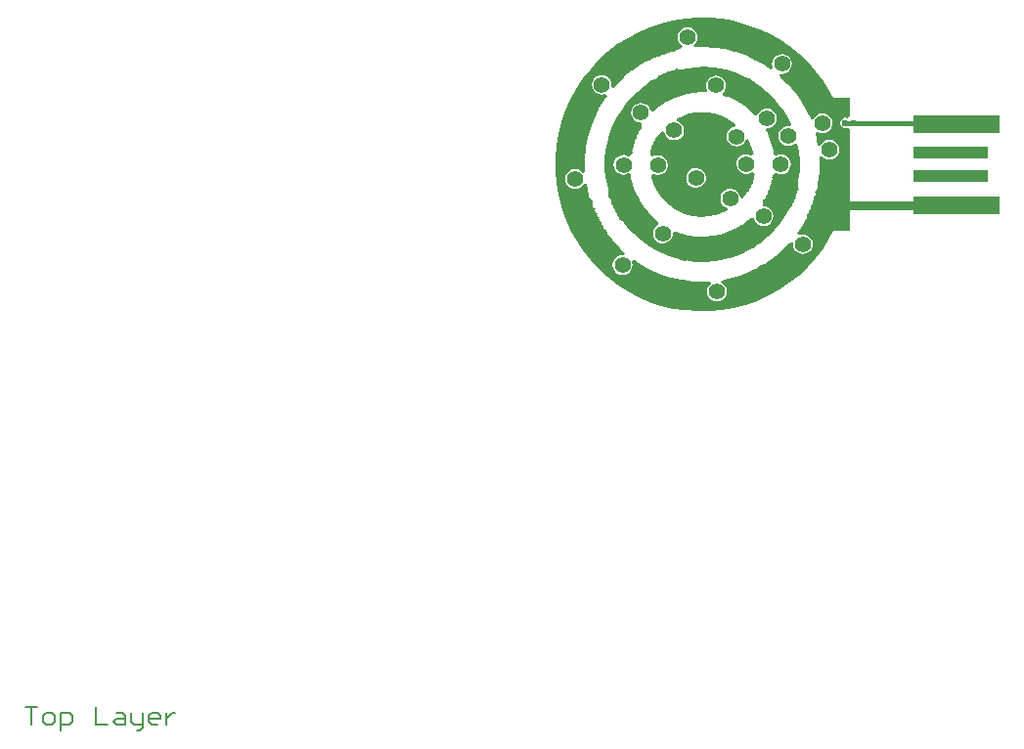
<source format=gtl>
G04*
G04 #@! TF.GenerationSoftware,Altium Limited,Altium Designer,20.2.4 (192)*
G04*
G04 Layer_Physical_Order=1*
G04 Layer_Color=255*
%FSLAX44Y44*%
%MOMM*%
G71*
G04*
G04 #@! TF.SameCoordinates,0F43FF0A-D758-409E-903F-A1448CC310CE*
G04*
G04*
G04 #@! TF.FilePolarity,Positive*
G04*
G01*
G75*
%ADD13C,0.2032*%
%ADD19C,0.8000*%
%ADD20C,0.4000*%
%ADD21R,6.5024X1.0160*%
%ADD22R,7.5184X1.5240*%
%ADD23C,1.4000*%
%ADD24C,0.6000*%
G36*
X6434Y127109D02*
X16968Y126136D01*
X27385Y124291D01*
X37613Y121587D01*
X47581Y118043D01*
X57220Y113684D01*
X66464Y108539D01*
X75249Y102644D01*
X83514Y96040D01*
X91201Y88772D01*
X98259Y80891D01*
X104637Y72451D01*
X110293Y63510D01*
X112740Y58821D01*
X112983Y58519D01*
X113198Y58198D01*
X113292Y58134D01*
X113363Y58046D01*
X113703Y57860D01*
X114025Y57645D01*
X114136Y57623D01*
X114236Y57568D01*
X114620Y57527D01*
X115000Y57451D01*
X127500D01*
Y41479D01*
X126104Y40487D01*
X125500Y40290D01*
X124000Y40588D01*
X122244Y40239D01*
X120756Y39244D01*
X119761Y37756D01*
X119412Y36000D01*
X119761Y34244D01*
X120756Y32756D01*
X122244Y31761D01*
X124000Y31412D01*
X125500Y31710D01*
X126104Y31513D01*
X127500Y30521D01*
Y-57451D01*
X115000D01*
X114620Y-57527D01*
X114236Y-57568D01*
X114136Y-57623D01*
X114024Y-57645D01*
X113703Y-57860D01*
X113363Y-58046D01*
X113292Y-58134D01*
X113198Y-58198D01*
X112983Y-58519D01*
X112740Y-58821D01*
X110293Y-63511D01*
X104638Y-72451D01*
X98259Y-80891D01*
X91201Y-88772D01*
X83514Y-96040D01*
X75249Y-102644D01*
X66464Y-108539D01*
X57221Y-113684D01*
X47581Y-118043D01*
X37613Y-121587D01*
X27385Y-124291D01*
X16968Y-126136D01*
X6434Y-127110D01*
X-4145Y-127205D01*
X-14695Y-126421D01*
X-25144Y-124764D01*
X-35419Y-122245D01*
X-45449Y-118881D01*
X-55165Y-114695D01*
X-64500Y-109718D01*
X-73390Y-103982D01*
X-81772Y-97527D01*
X-89589Y-90399D01*
X-96788Y-82646D01*
X-103317Y-74323D01*
X-109133Y-65485D01*
X-114194Y-56195D01*
X-118467Y-46517D01*
X-121921Y-36518D01*
X-124532Y-26266D01*
X-126284Y-15832D01*
X-127162Y-5290D01*
X-127162Y5290D01*
X-126284Y15832D01*
X-124532Y26266D01*
X-121921Y36517D01*
X-118467Y46517D01*
X-114194Y56195D01*
X-109133Y65485D01*
X-103317Y74322D01*
X-96788Y82646D01*
X-89589Y90399D01*
X-81772Y97527D01*
X-73390Y103981D01*
X-64500Y109717D01*
X-55166Y114695D01*
X-45449Y118880D01*
X-35419Y122244D01*
X-25144Y124764D01*
X-14696Y126421D01*
X-4146Y127205D01*
X6434Y127109D01*
D02*
G37*
%LPC*%
G36*
X-12700Y118573D02*
X-14919Y118281D01*
X-16987Y117425D01*
X-18762Y116062D01*
X-20125Y114287D01*
X-20981Y112219D01*
X-21273Y110000D01*
X-20981Y107781D01*
X-20125Y105713D01*
X-18762Y103938D01*
X-16987Y102575D01*
X-16907Y102198D01*
X-18387Y99902D01*
X-21835Y99185D01*
X-22750Y98796D01*
X-24725Y97452D01*
X-24725Y97452D01*
X-25075Y97096D01*
X-25252Y97238D01*
X-25381Y97275D01*
X-25493Y97351D01*
X-25950Y97441D01*
X-26397Y97572D01*
X-26532Y97557D01*
X-26664Y97583D01*
X-27121Y97492D01*
X-27584Y97442D01*
X-27702Y97377D01*
X-27834Y97351D01*
X-28222Y97092D01*
X-28630Y96868D01*
X-28715Y96763D01*
X-28827Y96687D01*
X-29086Y96300D01*
X-29277Y96062D01*
X-29570Y96120D01*
X-30017Y96250D01*
X-30151Y96236D01*
X-30284Y96262D01*
X-30740Y96171D01*
X-31203Y96121D01*
X-31322Y96056D01*
X-31454Y96029D01*
X-31841Y95770D01*
X-32250Y95547D01*
X-32334Y95441D01*
X-32446Y95366D01*
X-32988Y94826D01*
X-33445Y94917D01*
X-33892Y95047D01*
X-34026Y95033D01*
X-34159Y95059D01*
X-34615Y94968D01*
X-35078Y94917D01*
X-35197Y94852D01*
X-35329Y94826D01*
X-35717Y94567D01*
X-36125Y94343D01*
X-36209Y94238D01*
X-36322Y94163D01*
X-36580Y93776D01*
X-36834Y93460D01*
X-37264Y93546D01*
X-37711Y93676D01*
X-37845Y93661D01*
X-37978Y93688D01*
X-38434Y93597D01*
X-38897Y93546D01*
X-39016Y93481D01*
X-39148Y93455D01*
X-39535Y93196D01*
X-39944Y92972D01*
X-40028Y92867D01*
X-40141Y92792D01*
X-40399Y92404D01*
X-40691Y92041D01*
X-40718Y91949D01*
X-41019Y92009D01*
X-41466Y92140D01*
X-41601Y92125D01*
X-41733Y92151D01*
X-42190Y92060D01*
X-42653Y92010D01*
X-42771Y91945D01*
X-42903Y91918D01*
X-43291Y91660D01*
X-43699Y91436D01*
X-43784Y91330D01*
X-43896Y91256D01*
X-44155Y90868D01*
X-44446Y90505D01*
X-44484Y90375D01*
X-44559Y90263D01*
X-44634Y89887D01*
X-45759Y89902D01*
X-46084Y89842D01*
X-46414Y89825D01*
X-47934Y89443D01*
X-48233Y89301D01*
X-48548Y89200D01*
X-49234Y88820D01*
X-49234Y88820D01*
X-53053Y86703D01*
X-53140Y86629D01*
X-53245Y86585D01*
X-60481Y81695D01*
X-60561Y81614D01*
X-60662Y81561D01*
X-67440Y76052D01*
X-67512Y75965D01*
X-67608Y75903D01*
X-73874Y69819D01*
X-73939Y69725D01*
X-74028Y69655D01*
X-76716Y66541D01*
X-78621Y67395D01*
X-78407Y69020D01*
X-78699Y71239D01*
X-79556Y73306D01*
X-80918Y75082D01*
X-82694Y76445D01*
X-84761Y77301D01*
X-86980Y77593D01*
X-89199Y77301D01*
X-91267Y76445D01*
X-93042Y75082D01*
X-94405Y73306D01*
X-95261Y71239D01*
X-95554Y69020D01*
X-95261Y66801D01*
X-94405Y64733D01*
X-93042Y62958D01*
X-91267Y61595D01*
X-89199Y60739D01*
X-86980Y60446D01*
X-84761Y60739D01*
X-83491Y61265D01*
X-82200Y59635D01*
X-84976Y55778D01*
X-85023Y55674D01*
X-85099Y55590D01*
X-89557Y48079D01*
X-89595Y47972D01*
X-89663Y47881D01*
X-93442Y40007D01*
X-93471Y39897D01*
X-93531Y39800D01*
X-96602Y31624D01*
X-96621Y31512D01*
X-96672Y31410D01*
X-99011Y22995D01*
X-99020Y22882D01*
X-99062Y22776D01*
X-100652Y14188D01*
X-100650Y14074D01*
X-100683Y13965D01*
X-101510Y5271D01*
X-101498Y5157D01*
X-101521Y5046D01*
X-101580Y-3688D01*
X-101558Y-3799D01*
X-101571Y-3912D01*
X-101341Y-6737D01*
X-103286Y-7487D01*
X-103938Y-6638D01*
X-105713Y-5275D01*
X-107781Y-4419D01*
X-110000Y-4127D01*
X-112219Y-4419D01*
X-114287Y-5275D01*
X-116062Y-6638D01*
X-117425Y-8413D01*
X-118281Y-10481D01*
X-118573Y-12700D01*
X-118281Y-14919D01*
X-117425Y-16987D01*
X-116062Y-18762D01*
X-114287Y-20125D01*
X-112219Y-20981D01*
X-110000Y-21273D01*
X-107781Y-20981D01*
X-105713Y-20125D01*
X-103938Y-18762D01*
X-102575Y-16987D01*
X-102275Y-16263D01*
X-100206Y-16494D01*
X-99358Y-21449D01*
X-99317Y-21555D01*
X-99310Y-21669D01*
X-97083Y-30114D01*
X-97033Y-30217D01*
X-97016Y-30329D01*
X-95536Y-34437D01*
X-95535Y-34437D01*
X-95176Y-35434D01*
X-94948Y-35814D01*
X-94735Y-36203D01*
X-93377Y-37831D01*
X-93033Y-38109D01*
X-92718Y-38386D01*
X-92720Y-38389D01*
X-92736Y-38469D01*
X-92777Y-38539D01*
X-92851Y-39051D01*
X-92952Y-39560D01*
X-92937Y-39639D01*
X-92948Y-39720D01*
X-92821Y-40222D01*
X-92720Y-40730D01*
X-92675Y-40798D01*
X-92655Y-40877D01*
X-92345Y-41292D01*
X-92057Y-41723D01*
X-91989Y-41768D01*
X-91940Y-41833D01*
X-91495Y-42098D01*
X-91064Y-42386D01*
X-91031Y-42392D01*
X-91039Y-42452D01*
X-91140Y-42960D01*
X-91125Y-43040D01*
X-91136Y-43120D01*
X-91009Y-43623D01*
X-90908Y-44131D01*
X-90863Y-44198D01*
X-90842Y-44277D01*
X-90533Y-44692D01*
X-90245Y-45123D01*
X-90177Y-45168D01*
X-90128Y-45233D01*
X-89683Y-45498D01*
X-89259Y-45782D01*
X-89309Y-46122D01*
X-89410Y-46630D01*
X-89394Y-46710D01*
X-89405Y-46790D01*
X-89278Y-47293D01*
X-89177Y-47801D01*
X-89132Y-47868D01*
X-89112Y-47947D01*
X-88802Y-48362D01*
X-88514Y-48793D01*
X-88446Y-48838D01*
X-88398Y-48903D01*
X-87952Y-49168D01*
X-87521Y-49456D01*
X-87520Y-50221D01*
X-87505Y-50301D01*
X-87516Y-50381D01*
X-87388Y-50884D01*
X-87288Y-51392D01*
X-87242Y-51459D01*
X-87222Y-51538D01*
X-86912Y-51953D01*
X-86624Y-52384D01*
X-86557Y-52429D01*
X-86508Y-52494D01*
X-86063Y-52759D01*
X-85632Y-53047D01*
X-85476Y-53726D01*
X-85460Y-53806D01*
X-85472Y-53886D01*
X-85344Y-54389D01*
X-85243Y-54897D01*
X-85198Y-54964D01*
X-85178Y-55043D01*
X-84868Y-55458D01*
X-84580Y-55889D01*
X-84513Y-55934D01*
X-84464Y-55999D01*
X-84019Y-56264D01*
X-83588Y-56552D01*
X-83508Y-56568D01*
X-83439Y-56610D01*
X-82926Y-56684D01*
X-82867Y-56695D01*
X-82852Y-56954D01*
X-82254Y-59266D01*
X-81822Y-60162D01*
X-81104Y-61116D01*
X-81104Y-61116D01*
X-78112Y-65087D01*
X-78015Y-65173D01*
X-77948Y-65283D01*
X-71198Y-72585D01*
X-71093Y-72661D01*
X-71015Y-72764D01*
X-66549Y-76715D01*
X-67416Y-78618D01*
X-69020Y-78407D01*
X-71239Y-78699D01*
X-73306Y-79556D01*
X-75082Y-80918D01*
X-76445Y-82694D01*
X-77301Y-84761D01*
X-77593Y-86980D01*
X-77301Y-89199D01*
X-76445Y-91267D01*
X-75082Y-93042D01*
X-73306Y-94405D01*
X-71239Y-95261D01*
X-69020Y-95554D01*
X-66801Y-95261D01*
X-64733Y-94405D01*
X-62958Y-93042D01*
X-61595Y-91267D01*
X-60739Y-89199D01*
X-60446Y-86980D01*
X-60739Y-84761D01*
X-61265Y-83491D01*
X-59635Y-82200D01*
X-55297Y-85323D01*
X-55180Y-85376D01*
X-55082Y-85461D01*
X-46470Y-90433D01*
X-46348Y-90475D01*
X-46243Y-90550D01*
X-37176Y-94634D01*
X-37050Y-94663D01*
X-36938Y-94727D01*
X-27508Y-97883D01*
X-27380Y-97899D01*
X-27262Y-97951D01*
X-17563Y-100146D01*
X-17434Y-100149D01*
X-17311Y-100190D01*
X-7441Y-101402D01*
X-7312Y-101392D01*
X-7186Y-101420D01*
X2755Y-101637D01*
X2883Y-101615D01*
X3011Y-101630D01*
X6743Y-101336D01*
X7490Y-103284D01*
X6638Y-103938D01*
X5275Y-105713D01*
X4419Y-107781D01*
X4127Y-110000D01*
X4419Y-112219D01*
X5275Y-114287D01*
X6638Y-116062D01*
X8413Y-117425D01*
X10481Y-118281D01*
X12700Y-118573D01*
X14919Y-118281D01*
X16987Y-117425D01*
X18762Y-116062D01*
X20125Y-114287D01*
X20981Y-112219D01*
X21273Y-110000D01*
X20981Y-107781D01*
X20125Y-105713D01*
X18762Y-103938D01*
X16987Y-102575D01*
X16290Y-102287D01*
X16512Y-100214D01*
X22963Y-99047D01*
X23083Y-99000D01*
X23212Y-98989D01*
X32771Y-96248D01*
X32886Y-96189D01*
X33013Y-96166D01*
X42249Y-92481D01*
X42358Y-92410D01*
X42482Y-92374D01*
X51302Y-87783D01*
X51403Y-87702D01*
X51523Y-87653D01*
X59839Y-82201D01*
X59931Y-82111D01*
X60045Y-82050D01*
X67773Y-75792D01*
X67856Y-75693D01*
X67964Y-75622D01*
X75026Y-68621D01*
X75098Y-68514D01*
X75198Y-68432D01*
X76708Y-66600D01*
X78616Y-67430D01*
X78407Y-69020D01*
X78699Y-71239D01*
X79556Y-73306D01*
X80918Y-75082D01*
X82694Y-76445D01*
X84761Y-77301D01*
X86980Y-77593D01*
X89199Y-77301D01*
X91267Y-76445D01*
X93042Y-75082D01*
X94405Y-73306D01*
X95261Y-71239D01*
X95554Y-69020D01*
X95261Y-66801D01*
X94405Y-64733D01*
X93042Y-62958D01*
X91267Y-61595D01*
X89199Y-60739D01*
X86980Y-60446D01*
X84761Y-60739D01*
X83650Y-61199D01*
X82324Y-59583D01*
X87200Y-52286D01*
X87250Y-52166D01*
X87331Y-52066D01*
X89666Y-47676D01*
X89838Y-47352D01*
X89883Y-47202D01*
X89967Y-47069D01*
X90230Y-46383D01*
X90257Y-46228D01*
X90324Y-46086D01*
X90502Y-45374D01*
X90509Y-45217D01*
X90558Y-45068D01*
X90648Y-44339D01*
X90636Y-44182D01*
X90667Y-44028D01*
Y-43170D01*
X90720Y-43159D01*
X91712Y-42496D01*
X92375Y-41504D01*
X92608Y-40333D01*
X92401Y-39292D01*
X93027Y-38874D01*
X93690Y-37882D01*
X93923Y-36711D01*
X93724Y-35715D01*
X94596Y-35132D01*
X95259Y-34140D01*
X95492Y-32970D01*
X95263Y-31818D01*
X96000Y-31326D01*
X96663Y-30333D01*
X96896Y-29163D01*
X96663Y-27992D01*
X96595Y-27890D01*
X97237Y-27461D01*
X97900Y-26469D01*
X98133Y-25298D01*
X97900Y-24128D01*
X97580Y-23648D01*
X97764Y-23462D01*
X99082Y-21470D01*
X99459Y-20549D01*
X100140Y-17045D01*
X100140Y-16982D01*
X100161Y-16924D01*
X100843Y-12220D01*
X100840Y-12158D01*
X100857Y-12099D01*
X101313Y-7368D01*
X101307Y-7306D01*
X101322Y-7246D01*
X101550Y-2499D01*
X101541Y-2437D01*
X101553Y-2376D01*
Y4398D01*
X101530Y4510D01*
X101543Y4624D01*
X101356Y6716D01*
X103297Y7473D01*
X103938Y6638D01*
X105713Y5275D01*
X107781Y4419D01*
X110000Y4127D01*
X112219Y4419D01*
X114287Y5275D01*
X116062Y6638D01*
X117425Y8413D01*
X118281Y10481D01*
X118573Y12700D01*
X118281Y14919D01*
X117425Y16987D01*
X116062Y18762D01*
X114287Y20125D01*
X112219Y20981D01*
X110000Y21273D01*
X107781Y20981D01*
X105713Y20125D01*
X103938Y18762D01*
X102575Y16987D01*
X102285Y16285D01*
X100212Y16509D01*
X99179Y22267D01*
X99137Y22374D01*
X99129Y22488D01*
X97807Y27335D01*
X99559Y28512D01*
X99720Y28388D01*
X101788Y27531D01*
X104007Y27239D01*
X106226Y27531D01*
X108294Y28388D01*
X110069Y29750D01*
X111432Y31526D01*
X112288Y33593D01*
X112580Y35812D01*
X112288Y38031D01*
X111432Y40099D01*
X110069Y41875D01*
X108294Y43237D01*
X106226Y44094D01*
X104007Y44386D01*
X101788Y44094D01*
X99720Y43237D01*
X97945Y41875D01*
X96582Y40099D01*
X96050Y38814D01*
X93902Y38854D01*
X93686Y39436D01*
X93626Y39533D01*
X93598Y39644D01*
X89820Y47588D01*
X89752Y47680D01*
X89714Y47787D01*
X85247Y55365D01*
X85171Y55450D01*
X85124Y55554D01*
X80002Y62705D01*
X79919Y62784D01*
X79862Y62883D01*
X74127Y69552D01*
X74037Y69623D01*
X73972Y69717D01*
X67668Y75851D01*
X67572Y75913D01*
X67499Y76001D01*
X66636Y76704D01*
X67458Y78612D01*
X69020Y78407D01*
X71239Y78699D01*
X73306Y79556D01*
X75082Y80918D01*
X76445Y82694D01*
X77301Y84761D01*
X77593Y86980D01*
X77301Y89199D01*
X76445Y91267D01*
X75082Y93042D01*
X73306Y94405D01*
X71239Y95261D01*
X69020Y95554D01*
X66801Y95261D01*
X64733Y94405D01*
X62958Y93042D01*
X61595Y91267D01*
X60739Y89199D01*
X60446Y86980D01*
X60739Y84761D01*
X61213Y83615D01*
X59596Y82294D01*
X53205Y86611D01*
X53100Y86655D01*
X53012Y86729D01*
X45316Y90988D01*
X45207Y91022D01*
X45114Y91088D01*
X37070Y94647D01*
X36958Y94672D01*
X36859Y94730D01*
X28531Y97562D01*
X28418Y97577D01*
X28314Y97625D01*
X19768Y99707D01*
X19654Y99712D01*
X19546Y99751D01*
X10849Y101067D01*
X10735Y101062D01*
X10625Y101091D01*
X1845Y101631D01*
X1732Y101616D01*
X1619Y101635D01*
X-6648Y101409D01*
X-7410Y103049D01*
X-7448Y103316D01*
X-6638Y103938D01*
X-5275Y105713D01*
X-4419Y107781D01*
X-4127Y110000D01*
X-4419Y112219D01*
X-5275Y114287D01*
X-6638Y116062D01*
X-8413Y117425D01*
X-10481Y118281D01*
X-12700Y118573D01*
D02*
G37*
%LPD*%
G36*
X8920Y83972D02*
X16330Y82851D01*
X23612Y81076D01*
X30708Y78663D01*
X37562Y75630D01*
X44121Y72002D01*
X50331Y67806D01*
X56145Y63076D01*
X61517Y57849D01*
X66404Y52167D01*
X70768Y46073D01*
X74575Y39617D01*
X76681Y35188D01*
X75342Y33347D01*
X74685Y33433D01*
X72466Y33141D01*
X70398Y32285D01*
X68623Y30922D01*
X67260Y29147D01*
X66404Y27079D01*
X66112Y24860D01*
X66404Y22641D01*
X67260Y20573D01*
X68623Y18798D01*
X70398Y17435D01*
X72466Y16579D01*
X74685Y16287D01*
X76904Y16579D01*
X78972Y17435D01*
X80330Y18478D01*
X80826Y18505D01*
X81663Y18287D01*
X82513Y17813D01*
X83697Y11213D01*
X84364Y3719D01*
X84447Y-13D01*
X84423Y-2012D01*
X84228Y-6074D01*
X83839Y-10108D01*
X83256Y-14135D01*
X82893Y-16129D01*
X82668Y-17286D01*
X82672Y-18280D01*
X83148Y-20621D01*
X83461Y-21366D01*
X82893Y-21746D01*
X82229Y-22738D01*
X81997Y-23909D01*
X82229Y-25079D01*
X82298Y-25181D01*
X81656Y-25610D01*
X80992Y-26603D01*
X80760Y-27773D01*
X80989Y-28924D01*
X80251Y-29417D01*
X79588Y-30409D01*
X79355Y-31580D01*
X79553Y-32577D01*
X78682Y-33159D01*
X78019Y-34151D01*
X77786Y-35322D01*
X77951Y-36152D01*
X77717Y-36256D01*
X77374Y-36499D01*
X77016Y-36721D01*
X75546Y-38091D01*
X75300Y-38433D01*
X75034Y-38758D01*
X74577Y-39617D01*
X72495Y-43307D01*
X67771Y-50377D01*
X62383Y-56914D01*
X56367Y-62877D01*
X49784Y-68208D01*
X42700Y-72853D01*
X35186Y-76764D01*
X27318Y-79903D01*
X19175Y-82238D01*
X10840Y-83745D01*
X2394Y-84410D01*
X-6074Y-84225D01*
X-14482Y-83193D01*
X-22744Y-81323D01*
X-30777Y-78636D01*
X-38501Y-75156D01*
X-45837Y-70921D01*
X-52712Y-65972D01*
X-59056Y-60359D01*
X-64828Y-54115D01*
X-67461Y-50797D01*
X-68161Y-49868D01*
X-68161Y-49868D01*
X-68903Y-49206D01*
X-70961Y-47993D01*
X-71724Y-47727D01*
X-71723Y-47719D01*
X-71622Y-47210D01*
X-71638Y-47131D01*
X-71626Y-47050D01*
X-71754Y-46548D01*
X-71855Y-46040D01*
X-71900Y-45972D01*
X-71920Y-45894D01*
X-72230Y-45479D01*
X-72518Y-45048D01*
X-72586Y-45002D01*
X-72634Y-44937D01*
X-73079Y-44673D01*
X-73510Y-44384D01*
X-73666Y-43705D01*
X-73682Y-43626D01*
X-73670Y-43545D01*
X-73798Y-43043D01*
X-73899Y-42535D01*
X-73944Y-42467D01*
X-73964Y-42389D01*
X-74274Y-41974D01*
X-74562Y-41543D01*
X-74630Y-41497D01*
X-74678Y-41432D01*
X-75123Y-41167D01*
X-75554Y-40880D01*
X-75555Y-40114D01*
X-75571Y-40035D01*
X-75560Y-39954D01*
X-75687Y-39452D01*
X-75788Y-38944D01*
X-75833Y-38876D01*
X-75853Y-38798D01*
X-76163Y-38383D01*
X-76451Y-37952D01*
X-76519Y-37906D01*
X-76568Y-37841D01*
X-77013Y-37577D01*
X-77437Y-37293D01*
X-77387Y-36953D01*
X-77286Y-36445D01*
X-77302Y-36365D01*
X-77290Y-36284D01*
X-77418Y-35782D01*
X-77519Y-35274D01*
X-77564Y-35206D01*
X-77584Y-35128D01*
X-77894Y-34713D01*
X-78182Y-34282D01*
X-78250Y-34237D01*
X-78298Y-34172D01*
X-78743Y-33907D01*
X-79151Y-33634D01*
X-79091Y-33470D01*
X-79023Y-33031D01*
X-78937Y-32597D01*
Y-31277D01*
X-78959Y-31168D01*
X-78946Y-31057D01*
X-78991Y-30539D01*
X-79022Y-30432D01*
X-79020Y-30321D01*
X-79109Y-29809D01*
X-79149Y-29705D01*
X-79156Y-29594D01*
X-79290Y-29091D01*
X-79339Y-28991D01*
X-79356Y-28881D01*
X-79433Y-28665D01*
X-80619Y-25134D01*
X-82523Y-17911D01*
X-83780Y-10575D01*
X-84386Y-3157D01*
X-84336Y4285D01*
X-83631Y11694D01*
X-82277Y19013D01*
X-80283Y26183D01*
X-77666Y33150D01*
X-74445Y39860D01*
X-70646Y46260D01*
X-66299Y52301D01*
X-61436Y57935D01*
X-56096Y63120D01*
X-50321Y67814D01*
X-44131Y71997D01*
X-40917Y73872D01*
X-40238Y74249D01*
X-39979Y74468D01*
X-39695Y74652D01*
X-38544Y75774D01*
X-38352Y76053D01*
X-38126Y76306D01*
X-37329Y77659D01*
X-37071Y77608D01*
X-36624Y77477D01*
X-36490Y77492D01*
X-36357Y77466D01*
X-35901Y77557D01*
X-35438Y77607D01*
X-35319Y77672D01*
X-35187Y77698D01*
X-34800Y77957D01*
X-34391Y78181D01*
X-34307Y78286D01*
X-34195Y78362D01*
X-33936Y78749D01*
X-33644Y79112D01*
X-32869Y79014D01*
X-32734Y79028D01*
X-32602Y79002D01*
X-32145Y79093D01*
X-31682Y79144D01*
X-31564Y79209D01*
X-31432Y79235D01*
X-31044Y79494D01*
X-30636Y79718D01*
X-30551Y79823D01*
X-30439Y79898D01*
X-30180Y80285D01*
X-29927Y80601D01*
X-29497Y80515D01*
X-29050Y80385D01*
X-28916Y80400D01*
X-28783Y80373D01*
X-28326Y80464D01*
X-27863Y80515D01*
X-27745Y80580D01*
X-27613Y80606D01*
X-27225Y80865D01*
X-26817Y81089D01*
X-26732Y81194D01*
X-26620Y81269D01*
X-26361Y81656D01*
X-26183Y81879D01*
X-26079Y81809D01*
X-25622Y81718D01*
X-25175Y81588D01*
X-25040Y81603D01*
X-24908Y81576D01*
X-24451Y81667D01*
X-23988Y81718D01*
X-23870Y81783D01*
X-23737Y81809D01*
X-23350Y82068D01*
X-22942Y82292D01*
X-22857Y82397D01*
X-22745Y82472D01*
X-22486Y82860D01*
X-22283Y83112D01*
X-21695Y82874D01*
X-19348Y82429D01*
X-18354Y82437D01*
X-17212Y82675D01*
X-13526Y83356D01*
X-6053Y84227D01*
X1439Y84432D01*
X8920Y83972D01*
D02*
G37*
%LPC*%
G36*
X12059Y76911D02*
X9840Y76619D01*
X7773Y75762D01*
X5997Y74400D01*
X4635Y72624D01*
X3778Y70557D01*
X3486Y68338D01*
X3778Y66119D01*
X4526Y64314D01*
X4139Y63375D01*
X3403Y62370D01*
X-522Y62578D01*
X-683Y62555D01*
X-844Y62575D01*
X-8417Y62017D01*
X-8573Y61973D01*
X-8736Y61972D01*
X-16178Y60463D01*
X-16328Y60401D01*
X-16489Y60379D01*
X-23681Y57943D01*
X-23822Y57862D01*
X-23979Y57821D01*
X-30806Y54497D01*
X-30935Y54399D01*
X-31086Y54338D01*
X-37440Y50179D01*
X-37556Y50066D01*
X-37698Y49986D01*
X-42544Y45854D01*
X-44669Y46670D01*
X-44708Y46969D01*
X-45564Y49036D01*
X-46927Y50812D01*
X-48702Y52174D01*
X-50770Y53031D01*
X-52989Y53323D01*
X-55208Y53031D01*
X-57276Y52174D01*
X-59051Y50812D01*
X-60414Y49036D01*
X-61270Y46969D01*
X-61562Y44750D01*
X-61270Y42531D01*
X-60414Y40463D01*
X-59051Y38687D01*
X-57276Y37325D01*
X-55208Y36468D01*
X-53383Y36228D01*
X-52912Y35805D01*
X-52668Y35441D01*
X-52155Y34269D01*
X-52286Y33972D01*
X-52805Y31640D01*
X-52828Y30646D01*
X-52822Y30613D01*
X-53264Y30525D01*
X-53332Y30480D01*
X-53411Y30460D01*
X-53826Y30150D01*
X-54257Y29862D01*
X-54302Y29794D01*
X-54367Y29746D01*
X-54632Y29300D01*
X-54920Y28869D01*
X-54936Y28790D01*
X-54977Y28720D01*
X-55051Y28207D01*
X-55153Y27699D01*
X-55140Y27599D01*
X-55148Y27539D01*
X-55037Y26808D01*
X-55105Y26763D01*
X-55184Y26743D01*
X-55599Y26432D01*
X-56030Y26145D01*
X-56075Y26077D01*
X-56140Y26028D01*
X-56405Y25583D01*
X-56693Y25152D01*
X-56708Y25073D01*
X-56750Y25003D01*
X-56824Y24490D01*
X-56926Y23982D01*
X-56910Y23902D01*
X-56921Y23822D01*
X-56794Y23319D01*
X-56710Y22898D01*
X-57108Y22601D01*
X-57539Y22313D01*
X-57584Y22246D01*
X-57649Y22197D01*
X-57914Y21752D01*
X-58202Y21321D01*
X-58218Y21241D01*
X-58259Y21171D01*
X-58334Y20659D01*
X-58435Y20150D01*
X-58419Y20071D01*
X-58431Y19990D01*
X-58303Y19488D01*
X-58202Y18980D01*
X-58777Y18385D01*
X-58822Y18319D01*
X-58888Y18269D01*
X-59152Y17824D01*
X-59440Y17393D01*
X-59456Y17313D01*
X-59498Y17244D01*
X-59572Y16731D01*
X-59673Y16223D01*
X-59657Y16143D01*
X-59669Y16063D01*
X-59541Y15560D01*
X-59440Y15052D01*
X-59739Y14381D01*
X-59784Y14314D01*
X-59849Y14265D01*
X-60114Y13820D01*
X-60402Y13389D01*
X-60417Y13309D01*
X-60459Y13239D01*
X-60533Y12727D01*
X-60634Y12218D01*
X-60619Y12139D01*
X-60630Y12058D01*
X-60503Y11556D01*
X-60402Y11048D01*
X-60356Y10980D01*
X-60336Y10901D01*
X-60048Y10516D01*
X-60225Y10361D01*
X-60518Y9978D01*
X-60817Y9596D01*
X-61650Y7952D01*
X-63433Y7184D01*
X-63555Y7158D01*
X-64040Y7189D01*
X-65892Y7956D01*
X-68111Y8248D01*
X-70330Y7956D01*
X-72398Y7099D01*
X-74173Y5737D01*
X-75536Y3961D01*
X-76392Y1894D01*
X-76684Y-325D01*
X-76392Y-2544D01*
X-75536Y-4612D01*
X-74173Y-6388D01*
X-72398Y-7750D01*
X-70330Y-8607D01*
X-68111Y-8899D01*
X-65892Y-8607D01*
X-63988Y-7818D01*
X-63437Y-7806D01*
X-61887Y-8447D01*
X-61497Y-11401D01*
X-61452Y-11534D01*
X-61445Y-11674D01*
X-59887Y-18028D01*
X-59828Y-18155D01*
X-59807Y-18293D01*
X-57566Y-24440D01*
X-57494Y-24560D01*
X-57457Y-24695D01*
X-54562Y-30562D01*
X-54476Y-30673D01*
X-54425Y-30804D01*
X-50909Y-36320D01*
X-50812Y-36422D01*
X-50747Y-36546D01*
X-46651Y-41647D01*
X-46543Y-41737D01*
X-46465Y-41854D01*
X-41839Y-46479D01*
X-41722Y-46557D01*
X-41632Y-46665D01*
X-37714Y-49808D01*
X-38005Y-52139D01*
X-38591Y-52406D01*
X-40318Y-53829D01*
X-41617Y-55651D01*
X-42401Y-57748D01*
X-42616Y-59976D01*
X-42246Y-62183D01*
X-41318Y-64219D01*
X-39895Y-65946D01*
X-38073Y-67246D01*
X-35976Y-68030D01*
X-33748Y-68244D01*
X-31541Y-67875D01*
X-29504Y-66947D01*
X-27778Y-65523D01*
X-26478Y-63701D01*
X-25694Y-61605D01*
X-25480Y-59377D01*
X-25498Y-59263D01*
X-25491Y-59248D01*
X-25252Y-58874D01*
X-23710Y-57833D01*
X-18274Y-59813D01*
X-18135Y-59834D01*
X-18008Y-59893D01*
X-11654Y-61449D01*
X-11514Y-61455D01*
X-11381Y-61501D01*
X-4895Y-62356D01*
X-4755Y-62347D01*
X-4618Y-62377D01*
X1923Y-62522D01*
X2061Y-62498D01*
X2200Y-62513D01*
X8718Y-61945D01*
X8852Y-61906D01*
X8993Y-61906D01*
X15410Y-60632D01*
X15539Y-60579D01*
X15679Y-60564D01*
X21919Y-58599D01*
X22042Y-58532D01*
X22179Y-58502D01*
X28169Y-55870D01*
X28284Y-55790D01*
X28416Y-55745D01*
X34084Y-52477D01*
X34190Y-52385D01*
X34317Y-52326D01*
X39595Y-48461D01*
X39690Y-48358D01*
X39810Y-48285D01*
X42536Y-45791D01*
X44654Y-46563D01*
X44708Y-46969D01*
X45564Y-49036D01*
X46927Y-50812D01*
X48702Y-52174D01*
X50770Y-53031D01*
X52989Y-53323D01*
X55208Y-53031D01*
X57276Y-52174D01*
X59051Y-50812D01*
X60414Y-49036D01*
X61270Y-46969D01*
X61562Y-44750D01*
X61270Y-42531D01*
X60414Y-40463D01*
X59051Y-38687D01*
X57276Y-37325D01*
X55208Y-36468D01*
X53324Y-36220D01*
X53217Y-36165D01*
X52562Y-35316D01*
X52069Y-34323D01*
X52120Y-34133D01*
X52215Y-33962D01*
X52492Y-33084D01*
X52513Y-32889D01*
X52580Y-32705D01*
X52720Y-31796D01*
X52712Y-31600D01*
X52750Y-31407D01*
Y-30742D01*
X52765Y-30738D01*
X53274Y-30637D01*
X53341Y-30592D01*
X53420Y-30572D01*
X53835Y-30262D01*
X54266Y-29974D01*
X54311Y-29907D01*
X54376Y-29858D01*
X54641Y-29413D01*
X54929Y-28982D01*
X54945Y-28902D01*
X54986Y-28832D01*
X55061Y-28320D01*
X55162Y-27811D01*
X55149Y-27711D01*
X55157Y-27651D01*
X55046Y-26920D01*
X55114Y-26875D01*
X55193Y-26855D01*
X55608Y-26545D01*
X56039Y-26257D01*
X56084Y-26190D01*
X56149Y-26141D01*
X56414Y-25696D01*
X56702Y-25265D01*
X56718Y-25185D01*
X56759Y-25115D01*
X56834Y-24603D01*
X56935Y-24094D01*
X56919Y-24015D01*
X56930Y-23934D01*
X56803Y-23432D01*
X56719Y-23011D01*
X57117Y-22713D01*
X57548Y-22426D01*
X57593Y-22358D01*
X57658Y-22310D01*
X57923Y-21864D01*
X58211Y-21433D01*
X58227Y-21354D01*
X58268Y-21284D01*
X58343Y-20771D01*
X58444Y-20263D01*
X58428Y-20183D01*
X58440Y-20103D01*
X58312Y-19600D01*
X58211Y-19092D01*
X58786Y-18498D01*
X58831Y-18431D01*
X58897Y-18382D01*
X59162Y-17937D01*
X59450Y-17506D01*
X59465Y-17426D01*
X59507Y-17356D01*
X59581Y-16844D01*
X59682Y-16335D01*
X59667Y-16256D01*
X59678Y-16175D01*
X59550Y-15673D01*
X59450Y-15165D01*
X59711Y-14576D01*
X59858Y-14377D01*
X60123Y-13932D01*
X60411Y-13501D01*
X60427Y-13422D01*
X60468Y-13352D01*
X60542Y-12839D01*
X60644Y-12331D01*
X60628Y-12251D01*
X60640Y-12171D01*
X60512Y-11668D01*
X60411Y-11160D01*
X60366Y-11093D01*
X60346Y-11014D01*
X60036Y-10599D01*
X60017Y-10571D01*
X60126Y-10479D01*
X60748Y-9703D01*
X61656Y-7956D01*
X63404Y-7195D01*
X63467Y-7179D01*
X64047Y-7191D01*
X65892Y-7956D01*
X68111Y-8248D01*
X70330Y-7956D01*
X72398Y-7099D01*
X74173Y-5737D01*
X75536Y-3961D01*
X76392Y-1893D01*
X76684Y326D01*
X76392Y2544D01*
X75536Y4612D01*
X74173Y6388D01*
X72398Y7750D01*
X70330Y8607D01*
X68111Y8899D01*
X65892Y8607D01*
X63986Y7817D01*
X63445Y7803D01*
X61889Y8451D01*
X61487Y11616D01*
X61435Y11771D01*
X61426Y11933D01*
X59525Y19285D01*
X59455Y19431D01*
X59425Y19591D01*
X56612Y26644D01*
X56524Y26780D01*
X56474Y26935D01*
X54889Y29795D01*
X55003Y29963D01*
X56253Y31460D01*
X58219Y31719D01*
X60287Y32575D01*
X62062Y33938D01*
X63425Y35713D01*
X64281Y37781D01*
X64573Y40000D01*
X64281Y42219D01*
X63425Y44287D01*
X62062Y46062D01*
X60287Y47425D01*
X58219Y48281D01*
X56000Y48573D01*
X53781Y48281D01*
X51713Y47425D01*
X49938Y46062D01*
X48575Y44287D01*
X48043Y43002D01*
X45871Y42386D01*
X42700Y45730D01*
X42567Y45824D01*
X42464Y45949D01*
X36585Y50755D01*
X36441Y50832D01*
X36323Y50943D01*
X29885Y54969D01*
X29733Y55027D01*
X29602Y55122D01*
X22707Y58304D01*
X22549Y58342D01*
X22406Y58421D01*
X18139Y59768D01*
X17748Y61989D01*
X18122Y62275D01*
X19484Y64051D01*
X20341Y66119D01*
X20633Y68338D01*
X20341Y70557D01*
X19484Y72624D01*
X18122Y74400D01*
X16346Y75762D01*
X14278Y76619D01*
X12059Y76911D01*
D02*
G37*
%LPD*%
G36*
X5225Y45048D02*
X10870Y44025D01*
X16342Y42297D01*
X21551Y39893D01*
X26416Y36851D01*
X28946Y34782D01*
X28847Y33838D01*
X28333Y32700D01*
X26552Y32305D01*
X24567Y31271D01*
X22917Y29759D01*
X21715Y27872D01*
X21042Y25737D01*
X20944Y23501D01*
X21428Y21316D01*
X22462Y19331D01*
X23974Y17681D01*
X25861Y16478D01*
X27996Y15805D01*
X30232Y15708D01*
X32417Y16192D01*
X34402Y17226D01*
X36052Y18738D01*
X37255Y20625D01*
X37532Y21504D01*
X39697Y21721D01*
X40978Y19410D01*
X43104Y14081D01*
X44463Y8822D01*
X43996Y8264D01*
X42640Y7612D01*
X41795Y8150D01*
X39661Y8823D01*
X37425Y8921D01*
X35240Y8437D01*
X33254Y7403D01*
X31604Y5891D01*
X30402Y4004D01*
X29729Y1869D01*
X29631Y-367D01*
X30116Y-2552D01*
X31149Y-4537D01*
X32661Y-6187D01*
X34549Y-7390D01*
X36683Y-8063D01*
X38919Y-8160D01*
X41104Y-7676D01*
X43089Y-6643D01*
X44917Y-7320D01*
X44950Y-7373D01*
X45378Y-9002D01*
X45310Y-9117D01*
X45022Y-9548D01*
X45006Y-9627D01*
X44964Y-9697D01*
X44890Y-10210D01*
X44789Y-10718D01*
X44805Y-10798D01*
X44793Y-10878D01*
X44921Y-11380D01*
X45022Y-11889D01*
X44615Y-12619D01*
X44468Y-12800D01*
X44203Y-13246D01*
X43915Y-13677D01*
X43899Y-13756D01*
X43858Y-13826D01*
X43784Y-14339D01*
X43682Y-14847D01*
X43698Y-14927D01*
X43687Y-15007D01*
X43819Y-15533D01*
X43915Y-16018D01*
X43116Y-16701D01*
X43071Y-16769D01*
X43006Y-16817D01*
X42741Y-17263D01*
X42453Y-17693D01*
X42437Y-17773D01*
X42396Y-17843D01*
X42322Y-18356D01*
X42220Y-18864D01*
X42236Y-18944D01*
X42225Y-19024D01*
X42302Y-19912D01*
X42235Y-19957D01*
X42156Y-19977D01*
X41740Y-20287D01*
X41310Y-20575D01*
X41265Y-20643D01*
X41199Y-20691D01*
X40935Y-21137D01*
X40647Y-21568D01*
X40631Y-21647D01*
X40589Y-21717D01*
X40515Y-22230D01*
X40414Y-22738D01*
X40430Y-22818D01*
X40418Y-22898D01*
X40491Y-23186D01*
X40199Y-23354D01*
X39837Y-23528D01*
X38304Y-24675D01*
X38036Y-24974D01*
X37745Y-25252D01*
X37220Y-26001D01*
X35436Y-28375D01*
X34774Y-29096D01*
X33733Y-28909D01*
X32710Y-28387D01*
X32303Y-26553D01*
X31270Y-24568D01*
X29758Y-22918D01*
X27870Y-21715D01*
X25736Y-21042D01*
X23500Y-20945D01*
X21314Y-21429D01*
X19329Y-22462D01*
X17679Y-23974D01*
X16477Y-25862D01*
X15804Y-27996D01*
X15706Y-30233D01*
X16191Y-32418D01*
X17224Y-34403D01*
X18736Y-36053D01*
X20624Y-37255D01*
X21592Y-37561D01*
X21879Y-39748D01*
X21841Y-39772D01*
X16462Y-42277D01*
X10803Y-44058D01*
X4959Y-45086D01*
X-969Y-45343D01*
X-6880Y-44824D01*
X-12672Y-43539D01*
X-18248Y-41509D01*
X-23511Y-38769D01*
X-28372Y-35366D01*
X-32747Y-31358D01*
X-36562Y-26814D01*
X-39751Y-21810D01*
X-42261Y-16434D01*
X-44048Y-10775D01*
X-44384Y-8872D01*
X-42568Y-7658D01*
X-41795Y-8151D01*
X-39661Y-8824D01*
X-37425Y-8921D01*
X-35240Y-8437D01*
X-33254Y-7403D01*
X-31604Y-5891D01*
X-30402Y-4004D01*
X-29729Y-1869D01*
X-29631Y367D01*
X-30116Y2552D01*
X-31149Y4537D01*
X-32661Y6187D01*
X-34549Y7390D01*
X-36683Y8063D01*
X-38919Y8160D01*
X-41104Y7676D01*
X-43062Y6657D01*
X-44900Y7359D01*
X-45300Y9002D01*
X-45300Y9005D01*
X-45012Y9435D01*
X-44997Y9515D01*
X-44955Y9585D01*
X-44881Y10097D01*
X-44780Y10605D01*
X-44795Y10685D01*
X-44784Y10766D01*
X-44911Y11268D01*
X-45012Y11776D01*
X-44605Y12507D01*
X-44459Y12688D01*
X-44194Y13133D01*
X-43906Y13564D01*
X-43890Y13644D01*
X-43849Y13714D01*
X-43774Y14226D01*
X-43673Y14735D01*
X-43689Y14814D01*
X-43678Y14895D01*
X-43810Y15420D01*
X-43906Y15905D01*
X-43107Y16589D01*
X-43062Y16656D01*
X-42997Y16705D01*
X-42732Y17150D01*
X-42444Y17581D01*
X-42428Y17661D01*
X-42387Y17730D01*
X-42312Y18243D01*
X-42211Y18751D01*
X-42227Y18831D01*
X-42215Y18911D01*
X-42293Y19800D01*
X-42225Y19845D01*
X-42147Y19865D01*
X-41731Y20175D01*
X-41301Y20463D01*
X-41255Y20530D01*
X-41190Y20579D01*
X-40925Y21024D01*
X-40637Y21455D01*
X-40622Y21535D01*
X-40580Y21605D01*
X-40506Y22117D01*
X-40405Y22626D01*
X-40420Y22705D01*
X-40409Y22786D01*
X-40504Y23160D01*
X-38601Y24371D01*
X-37882Y25058D01*
X-37219Y26002D01*
X-35497Y28299D01*
X-34774Y29093D01*
X-33727Y28906D01*
X-32710Y28390D01*
X-32303Y26553D01*
X-31270Y24568D01*
X-29758Y22918D01*
X-27870Y21715D01*
X-25736Y21042D01*
X-23500Y20945D01*
X-21315Y21429D01*
X-19329Y22462D01*
X-17679Y23974D01*
X-16477Y25862D01*
X-15804Y27996D01*
X-15706Y30233D01*
X-16191Y32418D01*
X-17224Y34403D01*
X-18736Y36053D01*
X-20624Y37255D01*
X-21636Y37575D01*
X-21802Y37959D01*
X-21833Y39734D01*
X-17284Y41949D01*
X-11849Y43790D01*
X-6226Y44930D01*
X-505Y45352D01*
X5225Y45048D01*
D02*
G37*
%LPC*%
G36*
X-6115Y-2969D02*
X-8299Y-3454D01*
X-10285Y-4487D01*
X-11935Y-5999D01*
X-13137Y-7887D01*
X-13810Y-10021D01*
X-13908Y-12257D01*
X-13424Y-14442D01*
X-12390Y-16428D01*
X-10878Y-18078D01*
X-8990Y-19280D01*
X-6856Y-19953D01*
X-4620Y-20051D01*
X-2435Y-19566D01*
X-450Y-18533D01*
X1200Y-17021D01*
X2403Y-15133D01*
X3076Y-12999D01*
X3174Y-10763D01*
X2689Y-8578D01*
X1656Y-6593D01*
X144Y-4943D01*
X-1744Y-3740D01*
X-3878Y-3067D01*
X-6115Y-2969D01*
D02*
G37*
%LPD*%
G54D13*
X-585802Y-469392D02*
X-575645D01*
X-580723D01*
Y-484627D01*
X-568028D02*
X-562949D01*
X-560410Y-482088D01*
Y-477010D01*
X-562949Y-474470D01*
X-568028D01*
X-570567Y-477010D01*
Y-482088D01*
X-568028Y-484627D01*
X-555332Y-489706D02*
Y-474470D01*
X-547714D01*
X-545175Y-477010D01*
Y-482088D01*
X-547714Y-484627D01*
X-555332D01*
X-524862Y-469392D02*
Y-484627D01*
X-514705D01*
X-507087Y-474470D02*
X-502009D01*
X-499470Y-477010D01*
Y-484627D01*
X-507087D01*
X-509627Y-482088D01*
X-507087Y-479549D01*
X-499470D01*
X-494391Y-474470D02*
Y-482088D01*
X-491852Y-484627D01*
X-484235D01*
Y-487166D01*
X-486774Y-489706D01*
X-489313D01*
X-484235Y-484627D02*
Y-474470D01*
X-471539Y-484627D02*
X-476617D01*
X-479156Y-482088D01*
Y-477010D01*
X-476617Y-474470D01*
X-471539D01*
X-469000Y-477010D01*
Y-479549D01*
X-479156D01*
X-463921Y-474470D02*
Y-484627D01*
Y-479549D01*
X-461382Y-477010D01*
X-458843Y-474470D01*
X-456304D01*
G54D19*
X117000Y-34000D02*
X119540Y-35052D01*
X220000D01*
G54D20*
Y35000D02*
X217586Y36000D01*
X131000D02*
X217586D01*
X126276D02*
X131000D01*
G54D21*
X214952Y-10160D02*
D03*
X214952Y10000D02*
D03*
G54D22*
X220000Y-35052D02*
D03*
Y35000D02*
D03*
G54D23*
X24247Y-29485D02*
D03*
X379Y-38173D02*
D03*
X110000Y12700D02*
D03*
Y-12700D02*
D03*
X86980Y69020D02*
D03*
X69020Y86980D02*
D03*
X-12700Y110000D02*
D03*
X12700D02*
D03*
X-69020Y86980D02*
D03*
X-86980Y69020D02*
D03*
X-110000Y-12700D02*
D03*
Y12700D02*
D03*
X-86980Y-69020D02*
D03*
X-69020Y-86980D02*
D03*
X12700Y-110000D02*
D03*
X-12700D02*
D03*
X69020Y-86980D02*
D03*
X86980Y-69020D02*
D03*
X74685Y24860D02*
D03*
X68111Y326D02*
D03*
X37459Y68338D02*
D03*
X12059D02*
D03*
X-52989Y44750D02*
D03*
X-40289Y66747D02*
D03*
X-74685Y-24860D02*
D03*
X-68111Y-325D02*
D03*
X-34048Y-59676D02*
D03*
X-15471Y-76999D02*
D03*
X40289Y-66747D02*
D03*
X52989Y-44750D02*
D03*
X29485Y24248D02*
D03*
X38172Y380D02*
D03*
X-379Y38173D02*
D03*
X-24247Y29485D02*
D03*
X-38172Y-380D02*
D03*
X-29485Y-24248D02*
D03*
X5367Y11510D02*
D03*
X-5367Y-11510D02*
D03*
X-4883Y69829D02*
D03*
X6000Y-69000D02*
D03*
X-55000Y-42000D02*
D03*
X56000Y40000D02*
D03*
X54000Y-93000D02*
D03*
X-29000Y-105000D02*
D03*
X-102000Y-35000D02*
D03*
X-54659Y96609D02*
D03*
X104007Y35812D02*
D03*
X49000Y96000D02*
D03*
G54D24*
X124000Y36000D02*
D03*
X131000D02*
D03*
X76814Y-25702D02*
D03*
M02*

</source>
